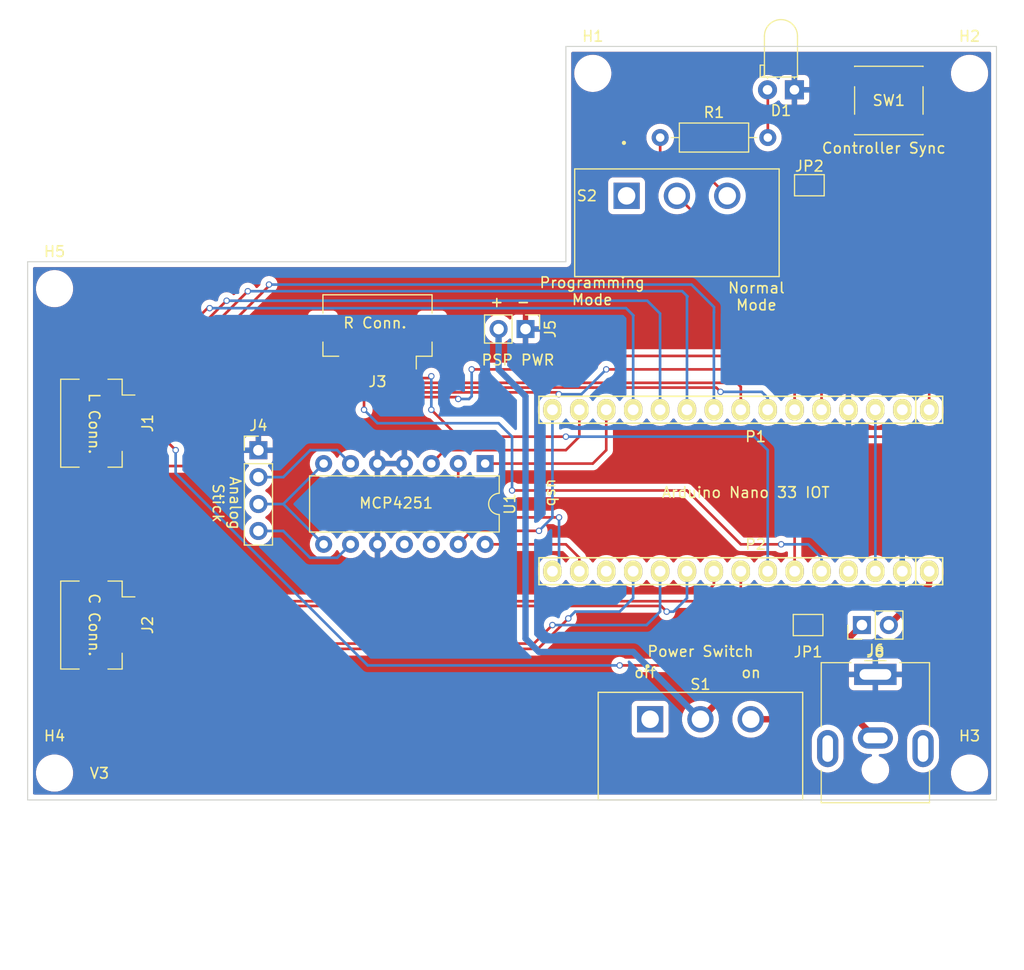
<source format=kicad_pcb>
(kicad_pcb (version 20211014) (generator pcbnew)
  (title_block (date "jeu. 02 avril 2015"))
  (layers (0 "F.Cu" signal) (31 "B.Cu" signal) (34 "B.Paste" user) (35 "F.Paste" user) (36 "B.SilkS" user "B.Silkscreen") (37 "F.SilkS" user "F.Silkscreen") (38 "B.Mask" user) (39 "F.Mask" user) (44 "Edge.Cuts" user))
  (net 0 "")
  (net 1 "/1(Tx)")
  (net 2 "/0(Rx)")
  (net 3 "/Reset")
  (net 4 "GND")
  (net 5 "/2")
  (net 6 "/3(**)")
  (net 7 "/4")
  (net 8 "/5(**)")
  (net 9 "/6(**)")
  (net 10 "/7")
  (net 11 "/8")
  (net 12 "/9(**)")
  (net 13 "/A4 (D18)")
  (net 14 "+5V")
  (net 15 "/A5 (D19)")
  (net 16 "/A0 (D14)")
  (net 19 "/A1 (D15)")
  (net 21 "/A2 (D16)")
  (net 22 "/A3 (D17)")
  (net 23 "/AREF")
  (net 24 "/13(SCK)")
  (net 25 "+3V3")
  (net 26 "/12(MISO)")
  (net 27 "/10(**{slash}SS)")
  (net 28 "/11(**{slash}MOSI)")
  (net 29 "/A7 (D21)")
  (net 34 "/P1W")
  (net 35 "/P0A{slash}P1A")
  (net 36 "/P0W")
  (net 37 "VIN")
  (net 38 "/A6 (D20)")
  (net 42 "Net-(J5-Pad2)")
  (net 43 "Net-(J6-Pad2)")
  (net 44 "Net-(D1-Pad2)")
  (net 46 "Net-(JP2-Pad1)")
  (footprint "Socket_Arduino_Nano:Socket_Strip_Arduino_1x15" (layer "F.Cu") (at 194.31 59.69 180)
    (fp_text reference "P1" (at 16.383 -2.54) (layer "F.SilkS"))
    (fp_text value "Digital")
    (pad "1" thru_hole oval locked (at 0 0 180) (size 1.7272 2.032) (drill 1.016) (layers *.Cu *.Mask "F.SilkS") (net 1 "/1(Tx)"))
    (pad "2" thru_hole oval locked (at 2.54 0 180) (size 1.7272 2.032) (drill 1.016) (layers *.Cu *.Mask "F.SilkS") (net 2 "/0(Rx)"))
    (pad "3" thru_hole oval locked (at 5.08 0 180) (size 1.7272 2.032) (drill 1.016) (layers *.Cu *.Mask "F.SilkS") (net 3 "/Reset"))
    (pad "4" thru_hole oval locked (at 7.62 0 180) (size 1.7272 2.032) (drill 1.016) (layers *.Cu *.Mask "F.SilkS") (net 4 "GND"))
    (pad "5" thru_hole oval locked (at 10.16 0 180) (size 1.7272 2.032) (drill 1.016) (layers *.Cu *.Mask "F.SilkS") (net 5 "/2"))
    (pad "6" thru_hole oval locked (at 12.7 0 180) (size 1.7272 2.032) (drill 1.016) (layers *.Cu *.Mask "F.SilkS") (net 6 "/3(**)"))
    (pad "7" thru_hole oval locked (at 15.24 0 180) (size 1.7272 2.032) (drill 1.016) (layers *.Cu *.Mask "F.SilkS") (net 7 "/4"))
    (pad "8" thru_hole oval locked (at 17.78 0 180) (size 1.7272 2.032) (drill 1.016) (layers *.Cu *.Mask "F.SilkS") (net 8 "/5(**)"))
    (pad "9" thru_hole oval locked (at 20.32 0 180) (size 1.7272 2.032) (drill 1.016) (layers *.Cu *.Mask "F.SilkS") (net 9 "/6(**)"))
    (pad "10" thru_hole oval locked (at 22.86 0 180) (size 1.7272 2.032) (drill 1.016) (layers *.Cu *.Mask "F.SilkS") (net 10 "/7"))
    (pad "11" thru_hole oval locked (at 25.4 0 180) (size 1.7272 2.032) (drill 1.016) (layers *.Cu *.Mask "F.SilkS") (net 11 "/8"))
    (pad "12" thru_hole oval locked (at 27.94 0 180) (size 1.7272 2.032) (drill 1.016) (layers *.Cu *.Mask "F.SilkS") (net 12 "/9(**)"))
    (pad "13" thru_hole oval locked (at 30.48 0 180) (size 1.7272 2.032) (drill 1.016) (layers *.Cu *.Mask "F.SilkS") (net 27 "/10(**{slash}SS)"))
    (pad "14" thru_hole oval locked (at 33.02 0 180) (size 1.7272 2.032) (drill 1.016) (layers *.Cu *.Mask "F.SilkS") (net 28 "/11(**{slash}MOSI)"))
    (pad "15" thru_hole oval locked (at 35.56 0 180) (size 1.7272 2.032) (drill 1.016) (layers *.Cu *.Mask "F.SilkS") (net 26 "/12(MISO)"))
  )
  (footprint "Socket_Arduino_Nano:Socket_Strip_Arduino_1x15" (layer "F.Cu") (at 194.31 74.93 180)
    (fp_text reference "P2" (at 16.383 2.54) (layer "F.SilkS"))
    (fp_text value "Analog")
    (pad "1" thru_hole oval locked (at 0 0 180) (size 1.7272 2.032) (drill 1.016) (layers *.Cu *.Mask "F.SilkS") (net 37 "VIN"))
    (pad "2" thru_hole oval locked (at 2.54 0 180) (size 1.7272 2.032) (drill 1.016) (layers *.Cu *.Mask "F.SilkS") (net 4 "GND"))
    (pad "3" thru_hole oval locked (at 5.08 0 180) (size 1.7272 2.032) (drill 1.016) (layers *.Cu *.Mask "F.SilkS") (net 3 "/Reset"))
    (pad "4" thru_hole oval locked (at 7.62 0 180) (size 1.7272 2.032) (drill 1.016) (layers *.Cu *.Mask "F.SilkS") (net 14 "+5V"))
    (pad "5" thru_hole oval locked (at 10.16 0 180) (size 1.7272 2.032) (drill 1.016) (layers *.Cu *.Mask "F.SilkS") (net 29 "/A7 (D21)"))
    (pad "6" thru_hole oval locked (at 12.7 0 180) (size 1.7272 2.032) (drill 1.016) (layers *.Cu *.Mask "F.SilkS") (net 38 "/A6 (D20)"))
    (pad "7" thru_hole oval locked (at 15.24 0 180) (size 1.7272 2.032) (drill 1.016) (layers *.Cu *.Mask "F.SilkS") (net 15 "/A5 (D19)"))
    (pad "8" thru_hole oval locked (at 17.78 0 180) (size 1.7272 2.032) (drill 1.016) (layers *.Cu *.Mask "F.SilkS") (net 13 "/A4 (D18)"))
    (pad "9" thru_hole oval locked (at 20.32 0 180) (size 1.7272 2.032) (drill 1.016) (layers *.Cu *.Mask "F.SilkS") (net 22 "/A3 (D17)"))
    (pad "10" thru_hole oval locked (at 22.86 0 180) (size 1.7272 2.032) (drill 1.016) (layers *.Cu *.Mask "F.SilkS") (net 21 "/A2 (D16)"))
    (pad "11" thru_hole oval locked (at 25.4 0 180) (size 1.7272 2.032) (drill 1.016) (layers *.Cu *.Mask "F.SilkS") (net 19 "/A1 (D15)"))
    (pad "12" thru_hole oval locked (at 27.94 0 180) (size 1.7272 2.032) (drill 1.016) (layers *.Cu *.Mask "F.SilkS") (net 16 "/A0 (D14)"))
    (pad "13" thru_hole oval locked (at 30.48 0 180) (size 1.7272 2.032) (drill 1.016) (layers *.Cu *.Mask "F.SilkS") (net 23 "/AREF"))
    (pad "14" thru_hole oval locked (at 33.02 0 180) (size 1.7272 2.032) (drill 1.016) (layers *.Cu *.Mask "F.SilkS") (net 25 "+3V3"))
    (pad "15" thru_hole oval locked (at 35.56 0 180) (size 1.7272 2.032) (drill 1.016) (layers *.Cu *.Mask "F.SilkS") (net 24 "/13(SCK)"))
  )
  (footprint "L102021ML04Q:SW_L102021ML04Q" (layer "F.Cu") (at 172.72 88.9)
    (fp_text reference "S1" (at 0 -3.2875) (layer "F.SilkS"))
    (fp_text value "L102021ML04Q")
    (pad "1" thru_hole rect (at -4.75 0) (size 2.475 2.475) (drill 1.65) (layers *.Cu *.Mask))
    (pad "2" thru_hole circle (at 0 0) (size 2.475 2.475) (drill 1.65) (layers *.Cu *.Mask) (net 42 "Net-(J5-Pad2)"))
    (pad "3" thru_hole circle (at 4.75 0) (size 2.475 2.475) (drill 1.65) (layers *.Cu *.Mask) (net 43 "Net-(J6-Pad2)"))
  )
  (footprint "MountingHole:MountingHole_2.5mm" (layer "F.Cu") (at 111.76 93.98)
    (fp_text reference "H4" (at 0 -3.5) (layer "F.SilkS"))
    (fp_text value "MountingHole")
    (pad "" np_thru_hole circle (at 0 0) (size 2.5 2.5) (drill 2.5) (layers *.Cu *.Mask))
  )
  (footprint "Package_DIP:DIP-14_W7.62mm" (layer "F.Cu") (at 152.4 64.77 -90)
    (fp_text reference "U1" (at 3.81 -2.33 90) (layer "F.SilkS"))
    (fp_text value "MCP4251-xxxx-P")
    (pad "1" thru_hole rect (at 0 0 270) (size 1.6 1.6) (drill 0.8) (layers *.Cu *.Mask) (net 27 "/10(**{slash}SS)"))
    (pad "2" thru_hole oval (at 0 2.54 270) (size 1.6 1.6) (drill 0.8) (layers *.Cu *.Mask) (net 24 "/13(SCK)"))
    (pad "3" thru_hole oval (at 0 5.08 270) (size 1.6 1.6) (drill 0.8) (layers *.Cu *.Mask) (net 28 "/11(**{slash}MOSI)"))
    (pad "4" thru_hole oval (at 0 7.62 270) (size 1.6 1.6) (drill 0.8) (layers *.Cu *.Mask) (net 4 "GND"))
    (pad "5" thru_hole oval (at 0 10.16 270) (size 1.6 1.6) (drill 0.8) (layers *.Cu *.Mask) (net 4 "GND"))
    (pad "6" thru_hole oval (at 0 12.7 270) (size 1.6 1.6) (drill 0.8) (layers *.Cu *.Mask) (net 34 "/P1W"))
    (pad "7" thru_hole oval (at 0 15.24 270) (size 1.6 1.6) (drill 0.8) (layers *.Cu *.Mask) (net 35 "/P0A{slash}P1A"))
    (pad "8" thru_hole oval (at 7.62 15.24 270) (size 1.6 1.6) (drill 0.8) (layers *.Cu *.Mask) (net 35 "/P0A{slash}P1A"))
    (pad "9" thru_hole oval (at 7.62 12.7 270) (size 1.6 1.6) (drill 0.8) (layers *.Cu *.Mask) (net 36 "/P0W"))
    (pad "10" thru_hole oval (at 7.62 10.16 270) (size 1.6 1.6) (drill 0.8) (layers *.Cu *.Mask) (net 4 "GND"))
    (pad "11" thru_hole oval (at 7.62 7.62 270) (size 1.6 1.6) (drill 0.8) (layers *.Cu *.Mask))
    (pad "12" thru_hole oval (at 7.62 5.08 270) (size 1.6 1.6) (drill 0.8) (layers *.Cu *.Mask))
    (pad "13" thru_hole oval (at 7.62 2.54 270) (size 1.6 1.6) (drill 0.8) (layers *.Cu *.Mask) (net 26 "/12(MISO)"))
    (pad "14" thru_hole oval (at 7.62 0 270) (size 1.6 1.6) (drill 0.8) (layers *.Cu *.Mask) (net 25 "+3V3"))
  )
  (footprint "Jumper:SolderJumper-2_P1.3mm_Open_Pad1.0x1.5mm" (layer "F.Cu") (at 182.88 80.01)
    (fp_text reference "JP1" (at 0 2.54) (layer "F.SilkS"))
    (fp_text value "SJ Vin Toggle")
    (pad "1" smd rect (at -0.65 0) (size 1 1.5) (layers "F.Cu" "F.Mask") (net 42 "Net-(J5-Pad2)"))
    (pad "2" smd rect (at 0.65 0) (size 1 1.5) (layers "F.Cu" "F.Mask") (net 37 "VIN"))
  )
  (footprint "Jumper:SolderJumper-2_P1.3mm_Open_Pad1.0x1.5mm" (layer "F.Cu") (at 183 38.5)
    (fp_text reference "JP2" (at 0 -1.8) (layer "F.SilkS"))
    (fp_text value "SJ Vin Toggle")
    (pad "1" smd rect (at -0.65 0) (size 1 1.5) (layers "F.Cu" "F.Mask") (net 46 "Net-(JP2-Pad1)"))
    (pad "2" smd rect (at 0.65 0) (size 1 1.5) (layers "F.Cu" "F.Mask") (net 1 "/1(Tx)"))
  )
  (footprint "MountingHole:MountingHole_2.5mm" (layer "F.Cu") (at 198.12 27.94)
    (fp_text reference "H2" (at 0 -3.5) (layer "F.SilkS"))
    (fp_text value "MountingHole")
    (pad "" np_thru_hole circle (at 0 0) (size 2.5 2.5) (drill 2.5) (layers *.Cu *.Mask))
  )
  (footprint "Resistor_THT:R_Axial_DIN0207_L6.3mm_D2.5mm_P10.16mm_Horizontal" (layer "F.Cu") (at 168.92 34)
    (fp_text reference "R1" (at 5.08 -2.37) (layer "F.SilkS"))
    (fp_text value "140 ohm")
    (pad "1" thru_hole circle (at 0 0) (size 1.6 1.6) (drill 0.8) (layers *.Cu *.Mask) (net 46 "Net-(JP2-Pad1)"))
    (pad "2" thru_hole oval (at 10.16 0) (size 1.6 1.6) (drill 0.8) (layers *.Cu *.Mask) (net 44 "Net-(D1-Pad2)"))
  )
  (footprint "L102021ML04Q:SW_L102021ML04Q" (layer "F.Cu") (at 170.5 39.5)
    (fp_text reference "S2" (at -8.5 0) (layer "F.SilkS"))
    (fp_text value "L102021ML04Q")
    (pad "1" thru_hole rect (at -4.75 0) (size 2.475 2.475) (drill 1.65) (layers *.Cu *.Mask))
    (pad "2" thru_hole circle (at 0 0) (size 2.475 2.475) (drill 1.65) (layers *.Cu *.Mask) (net 1 "/1(Tx)"))
    (pad "3" thru_hole circle (at 4.75 0) (size 2.475 2.475) (drill 1.65) (layers *.Cu *.Mask) (net 46 "Net-(JP2-Pad1)"))
  )
  (footprint "MountingHole:MountingHole_2.5mm" (layer "F.Cu") (at 198.12 93.98)
    (fp_text reference "H3" (at 0 -3.5) (layer "F.SilkS"))
    (fp_text value "MountingHole")
    (pad "" np_thru_hole circle (at 0 0) (size 2.5 2.5) (drill 2.5) (layers *.Cu *.Mask))
  )
  (footprint "MountingHole:MountingHole_2.5mm" (layer "F.Cu") (at 111.76 48.26)
    (fp_text reference "H5" (at 0 -3.5) (layer "F.SilkS"))
    (fp_text value "MountingHole")
    (pad "" np_thru_hole circle (at 0 0) (size 2.5 2.5) (drill 2.5) (layers *.Cu *.Mask))
  )
  (footprint "Connector_FFC-FPC:Hirose_FH12-14S-0.5SH_1x14-1MP_P0.50mm_Horizontal" (layer "F.Cu") (at 142.24 53.34 180)
    (fp_text reference "J3" (at 0 -3.7) (layer "F.SilkS"))
    (fp_text value "Right Connector")
    (pad "1" smd rect (at -3.25 -1.85 180) (size 0.3 1.3) (layers "F.Cu" "F.Paste" "F.Mask") (net 15 "/A5 (D19)"))
    (pad "2" smd rect (at -2.75 -1.85 180) (size 0.3 1.3) (layers "F.Cu" "F.Paste" "F.Mask") (net 8 "/5(**)"))
    (pad "3" smd rect (at -2.25 -1.85 180) (size 0.3 1.3) (layers "F.Cu" "F.Paste" "F.Mask") (net 7 "/4"))
    (pad "4" smd rect (at -1.75 -1.85 180) (size 0.3 1.3) (layers "F.Cu" "F.Paste" "F.Mask") (net 6 "/3(**)"))
    (pad "5" smd rect (at -1.25 -1.85 180) (size 0.3 1.3) (layers "F.Cu" "F.Paste" "F.Mask") (net 5 "/2"))
    (pad "6" smd rect (at -0.75 -1.85 180) (size 0.3 1.3) (layers "F.Cu" "F.Paste" "F.Mask") (net 4 "GND"))
    (pad "7" smd rect (at -0.25 -1.85 180) (size 0.3 1.3) (layers "F.Cu" "F.Paste" "F.Mask") (net 4 "GND"))
    (pad "8" smd rect (at 0.25 -1.85 180) (size 0.3 1.3) (layers "F.Cu" "F.Paste" "F.Mask") (net 4 "GND"))
    (pad "9" smd rect (at 0.75 -1.85 180) (size 0.3 1.3) (layers "F.Cu" "F.Paste" "F.Mask") (net 4 "GND"))
    (pad "10" smd rect (at 1.25 -1.85 180) (size 0.3 1.3) (layers "F.Cu" "F.Paste" "F.Mask") (net 29 "/A7 (D21)"))
    (pad "11" smd rect (at 1.75 -1.85 180) (size 0.3 1.3) (layers "F.Cu" "F.Paste" "F.Mask"))
    (pad "12" smd rect (at 2.25 -1.85 180) (size 0.3 1.3) (layers "F.Cu" "F.Paste" "F.Mask"))
    (pad "13" smd rect (at 2.75 -1.85 180) (size 0.3 1.3) (layers "F.Cu" "F.Paste" "F.Mask"))
    (pad "14" smd rect (at 3.25 -1.85 180) (size 0.3 1.3) (layers "F.Cu" "F.Paste" "F.Mask"))
    (pad "MP" smd rect (at -5.15 1.4 180) (size 1.8 2.2) (layers "F.Cu" "F.Paste" "F.Mask"))
    (pad "MP" smd rect (at 5.15 1.4 180) (size 1.8 2.2) (layers "F.Cu" "F.Paste" "F.Mask"))
  )
  (footprint "Connector_BarrelJack:BarrelJack_CUI_PJ-063AH_Horizontal" (layer "F.Cu") (at 189.23 84.67)
    (fp_text reference "J6" (at 0 -2.3) (layer "F.SilkS"))
    (fp_text value "Barrel_Jack")
    (pad "" np_thru_hole circle (at 0 9) (size 1.6 1.6) (drill 1.6) (layers *.Cu *.Mask))
    (pad "1" thru_hole rect (at 0 0) (size 4 2) (drill oval 3 1) (layers *.Cu *.Mask) (net 4 "GND"))
    (pad "2" thru_hole oval (at 0 6) (size 3.3 2) (drill oval 2.3 1) (layers *.Cu *.Mask) (net 43 "Net-(J6-Pad2)"))
    (pad "MP" thru_hole oval (at 4.5 7) (size 2 3.5) (drill oval 1 2.5) (layers *.Cu *.Mask))
    (pad "MP" thru_hole oval (at -4.5 7) (size 2 3.5) (drill oval 1 2.5) (layers *.Cu *.Mask))
  )
  (footprint "Connector_PinHeader_2.54mm:PinHeader_1x04_P2.54mm_Vertical" (layer "F.Cu") (at 131 63.51)
    (fp_text reference "J4" (at 0 -2.33) (layer "F.SilkS"))
    (fp_text value "Analog Connector")
    (pad "1" thru_hole rect (at 0 0) (size 1.7 1.7) (drill 1) (layers *.Cu *.Mask) (net 4 "GND"))
    (pad "2" thru_hole oval (at 0 2.54) (size 1.7 1.7) (drill 1) (layers *.Cu *.Mask) (net 34 "/P1W"))
    (pad "3" thru_hole oval (at 0 5.08) (size 1.7 1.7) (drill 1) (layers *.Cu *.Mask) (net 35 "/P0A{slash}P1A"))
    (pad "4" thru_hole oval (at 0 7.62) (size 1.7 1.7) (drill 1) (layers *.Cu *.Mask) (net 36 "/P0W"))
  )
  (footprint "Connector_PinHeader_2.54mm:PinHeader_1x02_P2.54mm_Vertical" (layer "F.Cu") (at 156.21 52.07 -90)
    (fp_text reference "J5" (at 0 -2.33 90) (layer "F.SilkS"))
    (fp_text value "PSP Power out")
    (pad "1" thru_hole rect (at 0 0 270) (size 1.7 1.7) (drill 1) (layers *.Cu *.Mask) (net 4 "GND"))
    (pad "2" thru_hole oval (at 0 2.54 270) (size 1.7 1.7) (drill 1) (layers *.Cu *.Mask) (net 42 "Net-(J5-Pad2)"))
  )
  (footprint "MountingHole:MountingHole_2.5mm" (layer "F.Cu") (at 162.56 27.94)
    (fp_text reference "H1" (at 0 -3.5) (layer "F.SilkS"))
    (fp_text value "MountingHole")
    (pad "" np_thru_hole circle (at 0 0) (size 2.5 2.5) (drill 2.5) (layers *.Cu *.Mask))
  )
  (footprint "LED_THT:LED_D3.0mm_Horizontal_O1.27mm_Z6.0mm" (layer "F.Cu") (at 181.59 29.495 180)
    (fp_text reference "D1" (at 1.27 -1.96) (layer "F.SilkS"))
    (fp_text value "LED")
    (pad "1" thru_hole rect (at 0 0 180) (size 1.8 1.8) (drill 0.9) (layers *.Cu *.Mask) (net 4 "GND"))
    (pad "2" thru_hole circle (at 2.54 0 180) (size 1.8 1.8) (drill 0.9) (layers *.Cu *.Mask) (net 44 "Net-(D1-Pad2)"))
  )
  (footprint "Connector_FFC-FPC:Hirose_FH12-10S-0.5SH_1x10-1MP_P0.50mm_Horizontal" (layer "F.Cu") (at 116.84 60.96 -90)
    (fp_text reference "J1" (at 0 -3.7 90) (layer "F.SilkS"))
    (fp_text value "Left Connector")
    (pad "1" smd rect (at -2.25 -1.85 270) (size 0.3 1.3) (layers "F.Cu" "F.Paste" "F.Mask") (net 4 "GND"))
    (pad "2" smd rect (at -1.75 -1.85 270) (size 0.3 1.3) (layers "F.Cu" "F.Paste" "F.Mask") (net 4 "GND"))
    (pad "3" smd rect (at -1.25 -1.85 270) (size 0.3 1.3) (layers "F.Cu" "F.Paste" "F.Mask") (net 4 "GND"))
    (pad "4" smd rect (at -0.75 -1.85 270) (size 0.3 1.3) (layers "F.Cu" "F.Paste" "F.Mask") (net 4 "GND"))
    (pad "5" smd rect (at -0.25 -1.85 270) (size 0.3 1.3) (layers "F.Cu" "F.Paste" "F.Mask") (net 4 "GND"))
    (pad "6" smd rect (at 0.25 -1.85 270) (size 0.3 1.3) (layers "F.Cu" "F.Paste" "F.Mask") (net 12 "/9(**)"))
    (pad "7" smd rect (at 0.75 -1.85 270) (size 0.3 1.3) (layers "F.Cu" "F.Paste" "F.Mask") (net 11 "/8"))
    (pad "8" smd rect (at 1.25 -1.85 270) (size 0.3 1.3) (layers "F.Cu" "F.Paste" "F.Mask") (net 10 "/7"))
    (pad "9" smd rect (at 1.75 -1.85 270) (size 0.3 1.3) (layers "F.Cu" "F.Paste" "F.Mask") (net 13 "/A4 (D18)"))
    (pad "10" smd rect (at 2.25 -1.85 270) (size 0.3 1.3) (layers "F.Cu" "F.Paste" "F.Mask") (net 9 "/6(**)"))
    (pad "MP" smd rect (at -4.15 1.4 270) (size 1.8 2.2) (layers "F.Cu" "F.Paste" "F.Mask"))
    (pad "MP" smd rect (at 4.15 1.4 270) (size 1.8 2.2) (layers "F.Cu" "F.Paste" "F.Mask"))
  )
  (footprint "Connector_PinHeader_2.54mm:PinHeader_1x02_P2.54mm_Vertical" (layer "F.Cu") (at 187.96 80.01 90)
    (fp_text reference "J8" (at -2.54 1.27 180) (layer "F.SilkS"))
    (fp_text value "Vin Toggle")
    (pad "1" thru_hole rect (at 0 0 90) (size 1.7 1.7) (drill 1) (layers *.Cu *.Mask) (net 42 "Net-(J5-Pad2)"))
    (pad "2" thru_hole oval (at 0 2.54 90) (size 1.7 1.7) (drill 1) (layers *.Cu *.Mask) (net 37 "VIN"))
  )
  (footprint "Button_Switch_SMD:SW_Push_1P1T_NO_6x6mm_H9.5mm" (layer "F.Cu") (at 190.5 30.5)
    (fp_text reference "SW1" (at 0 0) (layer "F.SilkS"))
    (fp_text value "SW_Push")
    (pad "1" smd rect (at -3.975 -2.25) (size 1.55 1.3) (layers "F.Cu" "F.Paste" "F.Mask") (net 38 "/A6 (D20)"))
    (pad "1" smd rect (at 3.975 -2.25) (size 1.55 1.3) (layers "F.Cu" "F.Paste" "F.Mask") (net 38 "/A6 (D20)"))
    (pad "2" smd rect (at -3.975 2.25) (size 1.55 1.3) (layers "F.Cu" "F.Paste" "F.Mask") (net 4 "GND"))
    (pad "2" smd rect (at 3.975 2.25) (size 1.55 1.3) (layers "F.Cu" "F.Paste" "F.Mask") (net 4 "GND"))
  )
  (footprint "Connector_FFC-FPC:Hirose_FH12-10S-0.5SH_1x10-1MP_P0.50mm_Horizontal" (layer "F.Cu") (at 116.84 80.01 -90)
    (fp_text reference "J2" (at 0 -3.7 90) (layer "F.SilkS"))
    (fp_text value "Center Connector")
    (pad "1" smd rect (at -2.25 -1.85 270) (size 0.3 1.3) (layers "F.Cu" "F.Paste" "F.Mask") (net 22 "/A3 (D17)"))
    (pad "2" smd rect (at -1.75 -1.85 270) (size 0.3 1.3) (layers "F.Cu" "F.Paste" "F.Mask"))
    (pad "3" smd rect (at -1.25 -1.85 270) (size 0.3 1.3) (layers "F.Cu" "F.Paste" "F.Mask"))
    (pad "4" smd rect (at -0.75 -1.85 270) (size 0.3 1.3) (layers "F.Cu" "F.Paste" "F.Mask") (net 4 "GND"))
    (pad "5" smd rect (at -0.25 -1.85 270) (size 0.3 1.3) (layers "F.Cu" "F.Paste" "F.Mask") (net 4 "GND"))
    (pad "6" smd rect (at 0.25 -1.85 270) (size 0.3 1.3) (layers "F.Cu" "F.Paste" "F.Mask") (net 4 "GND"))
    (pad "7" smd rect (at 0.75 -1.85 270) (size 0.3 1.3) (layers "F.Cu" "F.Paste" "F.Mask") (net 21 "/A2 (D16)"))
    (pad "8" smd rect (at 1.25 -1.85 270) (size 0.3 1.3) (layers "F.Cu" "F.Paste" "F.Mask"))
    (pad "9" smd rect (at 1.75 -1.85 270) (size 0.3 1.3) (layers "F.Cu" "F.Paste" "F.Mask") (net 19 "/A1 (D15)"))
    (pad "10" smd rect (at 2.25 -1.85 270) (size 0.3 1.3) (layers "F.Cu" "F.Paste" "F.Mask") (net 16 "/A0 (D14)"))
    (pad "MP" smd rect (at 4.15 1.4 270) (size 1.8 2.2) (layers "F.Cu" "F.Paste" "F.Mask"))
    (pad "MP" smd rect (at -4.15 1.4 270) (size 1.8 2.2) (layers "F.Cu" "F.Paste" "F.Mask"))
  )
  (gr_line (start 160.02 45.72) (end 109.22 45.72) (layer "Edge.Cuts") (width 0.1))
  (gr_line (start 160.02 25.4) (end 160.02 45.72) (layer "Edge.Cuts") (width 0.1))
  (gr_line (start 160.02 25.4) (end 200.66 25.4) (layer "Edge.Cuts") (width 0.1))
  (gr_line (start 200.66 96.52) (end 200.66 25.4) (layer "Edge.Cuts") (width 0.1))
  (gr_line (start 109.22 45.72) (end 109.22 96.52) (layer "Edge.Cuts") (width 0.1))
  (gr_line (start 200.66 96.52) (end 109.22 96.52) (layer "Edge.Cuts") (width 0.1))
  (gr_text "L Conn." (at 115.5 61 -90) (layer "F.SilkS") (effects (font (size 1 1))))
  (gr_text "Programming\nMode" (at 162.5 48.5) (layer "F.SilkS") (effects (font (size 1 1))))
  (gr_text "Normal\nMode" (at 178 49) (layer "F.SilkS") (effects (font (size 1 1))))
  (gr_text "on" (at 177.5 84.5) (layer "F.SilkS") (effects (font (size 1 1))))
  (gr_text "Analog\nStick" (at 128 68.5 -90) (layer "F.SilkS") (effects (font (size 1 1))))
  (gr_text "-" (at 156 49.5) (layer "F.SilkS") (effects (font (size 1 1))))
  (gr_text "usb" (at 158.75 67.5 -90) (layer "F.SilkS") (effects (font (size 1 1))))
  (gr_text "+" (at 153.5 49.5) (layer "F.SilkS") (effects (font (size 1 1))))
  (gr_text "off" (at 167.5 84.5) (layer "F.SilkS") (effects (font (size 1 1))))
  (gr_text "Power Switch" (at 172.72 82.5) (layer "F.SilkS") (effects (font (size 1 1))))
  (gr_text "C Conn." (at 115.5 80 -90) (layer "F.SilkS") (effects (font (size 1 1))))
  (gr_text "Arduino Nano 33 IOT" (at 177 67.5) (layer "F.SilkS") (effects (font (size 1 1))))
  (gr_text "PSP PWR" (at 155.5 55) (layer "F.SilkS") (effects (font (size 1 1))))
  (gr_text "R Conn." (at 142 51.5) (layer "F.SilkS") (effects (font (size 1 1))))
  (gr_text "V3" (at 116 94) (layer "F.SilkS") (effects (font (size 1 1))))
  (gr_text "MCP4251" (at 144 68.5) (layer "F.SilkS") (effects (font (size 1 1))))
  (gr_text "Controller Sync" (at 190.025 35) (layer "F.SilkS") (effects (font (size 1 1))))
  (segment (start 187.75 39.75) (end 186.5 38.5) (width 0.25) (layer "F.Cu") (net 1))
  (segment (start 186 41.5) (end 172.5 41.5) (width 0.25) (layer "F.Cu") (net 1))
  (segment (start 187.75 39.75) (end 186 41.5) (width 0.25) (layer "F.Cu") (net 1))
  (segment (start 194.31 59.69) (end 194.31 46.31) (width 0.25) (layer "F.Cu") (net 1))
  (segment (start 186.5 38.5) (end 183.65 38.5) (width 0.25) (layer "F.Cu") (net 1))
  (segment (start 172.5 41.5) (end 170.5 39.5) (width 0.25) (layer "F.Cu") (net 1))
  (segment (start 194.31 46.31) (end 187.75 39.75) (width 0.25) (layer "F.Cu") (net 1))
  (segment (start 189.23 59.69) (end 189.23 74.93) (width 0.25) (layer "B.Cu") (net 3))
  (segment (start 141.49 56.4) (end 142.24 57.15) (width 0.25) (layer "F.Cu") (net 4))
  (segment (start 119.46 79.26) (end 118.69 79.26) (width 0.25) (layer "F.Cu") (net 4))
  (segment (start 119.46 79.76) (end 119.6 79.9) (width 0.25) (layer "F.Cu") (net 4))
  (segment (start 119.44 80.26) (end 119.6 80.1) (width 0.25) (layer "F.Cu") (net 4))
  (segment (start 118.69 80.26) (end 119.44 80.26) (width 0.25) (layer "F.Cu") (net 4))
  (segment (start 119.6 79.4) (end 119.46 79.26) (width 0.25) (layer "F.Cu") (net 4))
  (segment (start 119.6 80.1) (end 119.6 79.9) (width 0.25) (layer "F.Cu") (net 4))
  (segment (start 141.99 56.9) (end 141.99 55.19) (width 0.25) (layer "F.Cu") (net 4))
  (segment (start 119.69 60.71) (end 119.9 60.5) (width 0.25) (layer "F.Cu") (net 4))
  (segment (start 118.69 60.71) (end 119.69 60.71) (width 0.25) (layer "F.Cu") (net 4))
  (segment (start 119.6 79.9) (end 119.6 79.4) (width 0.25) (layer "F.Cu") (net 4))
  (segment (start 118.69 79.76) (end 119.46 79.76) (width 0.25) (layer "F.Cu") (net 4))
  (segment (start 142.49 56.9) (end 142.24 57.15) (width 0.25) (layer "F.Cu") (net 4))
  (segment (start 142.24 57.15) (end 141.99 56.9) (width 0.25) (layer "F.Cu") (net 4))
  (segment (start 119.61 60.21) (end 118.69 60.21) (width 0.25) (layer "F.Cu") (net 4))
  (segment (start 142.49 55.19) (end 142.49 56.9) (width 0.25) (layer "F.Cu") (net 4))
  (segment (start 142.24 57.15) (end 142.99 56.4) (width 0.25) (layer "F.Cu") (net 4))
  (segment (start 141.49 55.19) (end 141.49 56.4) (width 0.25) (layer "F.Cu") (net 4))
  (segment (start 119.9 60.5) (end 119.61 60.21) (width 0.25) (layer "F.Cu") (net 4))
  (segment (start 142.99 56.4) (end 142.99 55.19) (width 0.25) (layer "F.Cu") (net 4))
  (segment (start 162.56 55.88) (end 163.83 54.61) (width 0.25) (layer "F.Cu") (net 5))
  (segment (start 143.49 55.19) (end 143.49 56.497151) (width 0.25) (layer "F.Cu") (net 5))
  (segment (start 151.13 55.88) (end 162.56 55.88) (width 0.25) (layer "F.Cu") (net 5))
  (segment (start 143.49 56.497151) (end 145.491409 58.49856) (width 0.25) (layer "F.Cu") (net 5))
  (segment (start 145.491409 58.49856) (end 148.59 58.49856) (width 0.25) (layer "F.Cu") (net 5))
  (segment (start 149.68502 58.49856) (end 149.86 58.67354) (width 0.25) (layer "F.Cu") (net 5))
  (segment (start 182.88 54.61) (end 184.15 55.88) (width 0.25) (layer "F.Cu") (net 5))
  (segment (start 163.83 54.61) (end 182.88 54.61) (width 0.25) (layer "F.Cu") (net 5))
  (segment (start 148.59 58.49856) (end 149.68502 58.49856) (width 0.25) (layer "F.Cu") (net 5))
  (segment (start 184.15 55.88) (end 184.15 59.69) (width 0.25) (layer "F.Cu") (net 5))
  (via (at 149.86 58.67354) (size 0.6) (drill 0.4) (layers "F.Cu" "B.Cu") (net 5))
  (via (at 151.13 55.88) (size 0.6) (drill 0.4) (layers "F.Cu" "B.Cu") (net 5))
  (segment (start 149.86 58.67354) (end 150.87646 58.67354) (width 0.25) (layer "B.Cu") (net 5))
  (segment (start 150.87646 58.67354) (end 151.13 58.42) (width 0.25) (layer "B.Cu") (net 5))
  (segment (start 151.13 58.42) (end 151.13 55.88) (width 0.25) (layer "B.Cu") (net 5))
  (segment (start 143.99 56.361434) (end 145.677606 58.04904) (width 0.25) (layer "F.Cu") (net 6))
  (segment (start 153.67 58.04904) (end 157.48 58.04904) (width 0.25) (layer "F.Cu") (net 6))
  (segment (start 157.48 58.04904) (end 159.178515 58.04904) (width 0.25) (layer "F.Cu") (net 6))
  (segment (start 181.61 57.15) (end 181.61 59.69) (width 0.25) (layer "F.Cu") (net 6))
  (segment (start 180.34 55.88) (end 181.61 57.15) (width 0.25) (layer "F.Cu") (net 6))
  (segment (start 145.677606 58.04904) (end 147.32 58.04904) (width 0.25) (layer "F.Cu") (net 6))
  (segment (start 147.32 58.04904) (end 153.67 58.04904) (width 0.25) (layer "F.Cu") (net 6))
  (segment (start 163.83 55.88) (end 180.34 55.88) (width 0.25) (layer "F.Cu") (net 6))
  (segment (start 159.178515 58.04904) (end 159.353495 58.22402) (width 0.25) (layer "F.Cu") (net 6))
  (segment (start 143.99 55.19) (end 143.99 56.361434) (width 0.25) (layer "F.Cu") (net 6))
  (via (at 159.353495 58.22402) (size 0.6) (drill 0.4) (layers "F.Cu" "B.Cu") (net 6))
  (via (at 163.83 55.88) (size 0.6) (drill 0.4) (layers "F.Cu" "B.Cu") (net 6))
  (segment (start 159.353495 58.22402) (end 161.48598 58.22402) (width 0.25) (layer "B.Cu") (net 6))
  (segment (start 161.48598 58.22402) (end 163.83 55.88) (width 0.25) (layer "B.Cu") (net 6))
  (segment (start 162.56 57.59952) (end 164.92502 57.59952) (width 0.25) (layer "F.Cu") (net 7))
  (segment (start 144.49 55.19) (end 144.49 56.225717) (width 0.25) (layer "F.Cu") (net 7))
  (segment (start 144.49 56.225717) (end 145.863803 57.59952) (width 0.25) (layer "F.Cu") (net 7))
  (segment (start 174.21402 57.59952) (end 174.6145 58) (width 0.25) (layer "F.Cu") (net 7))
  (segment (start 145.863803 57.59952) (end 162.56 57.59952) (width 0.25) (layer "F.Cu") (net 7))
  (segment (start 164.92502 57.59952) (end 174.21402 57.59952) (width 0.25) (layer "F.Cu") (net 7))
  (via (at 174.6145 58) (size 0.6) (drill 0.4) (layers "F.Cu" "B.Cu") (net 7))
  (segment (start 179.07 58.57) (end 179.07 59.69) (width 0.25) (layer "B.Cu") (net 7))
  (segment (start 178.5 58) (end 179.07 58.57) (width 0.25) (layer "B.Cu") (net 7))
  (segment (start 174.6145 58) (end 178.5 58) (width 0.25) (layer "B.Cu") (net 7))
  (segment (start 146.05 57.15) (end 176.15 57.15) (width 0.25) (layer "F.Cu") (net 8))
  (segment (start 176.15 57.15) (end 176.53 57.53) (width 0.25) (layer "F.Cu") (net 8))
  (segment (start 144.99 56.09) (end 146.05 57.15) (width 0.25) (layer "F.Cu") (net 8))
  (segment (start 144.99 55.19) (end 144.99 56.09) (width 0.25) (layer "F.Cu") (net 8))
  (segment (start 176.53 57.53) (end 176.53 59.69) (width 0.25) (layer "F.Cu") (net 8))
  (segment (start 122.5 65) (end 126 65) (width 0.25) (layer "F.Cu") (net 9))
  (segment (start 127 64) (end 127 55) (width 0.25) (layer "F.Cu") (net 9))
  (segment (start 122 64.5) (end 122.5 65) (width 0.25) (layer "F.Cu") (net 9))
  (segment (start 126 65) (end 127 64) (width 0.25) (layer "F.Cu") (net 9))
  (segment (start 127 53) (end 132 48) (width 0.25) (layer "F.Cu") (net 9))
  (segment (start 132 48) (end 132 47.8755) (width 0.25) (layer "F.Cu") (net 9))
  (segment (start 118.69 63.21) (end 120.71 63.21) (width 0.25) (layer "F.Cu") (net 9))
  (segment (start 120.71 63.21) (end 122 64.5) (width 0.25) (layer "F.Cu") (net 9))
  (segment (start 127 55) (end 127 53) (width 0.25) (layer "F.Cu") (net 9))
  (via (at 132 47.8755) (size 0.6) (drill 0.4) (layers "F.Cu" "B.Cu") (net 9))
  (segment (start 174 50) (end 174 50.5) (width 0.25) (layer "B.Cu") (net 9))
  (segment (start 174 50.5) (end 173.99 50.51) (width 0.25) (layer "B.Cu") (net 9))
  (segment (start 132 47.8755) (end 171.8755 47.8755) (width 0.25) (layer "B.Cu") (net 9))
  (segment (start 171.8755 47.8755) (end 174 50) (width 0.25) (layer "B.Cu") (net 9))
  (segment (start 173.99 50.51) (end 173.99 59.69) (width 0.25) (layer "B.Cu") (net 9))
  (segment (start 126.5 57.571436) (end 126.5 57.5) (width 0.25) (layer "F.Cu") (net 10))
  (segment (start 126.5 57.5) (end 126.5 52) (width 0.25) (layer "F.Cu") (net 10))
  (segment (start 121.861436 62.21) (end 126.5 57.571436) (width 0.25) (layer "F.Cu") (net 10))
  (segment (start 126.5 52) (end 130 48.5) (width 0.25) (layer "F.Cu") (net 10))
  (segment (start 118.69 62.21) (end 121.861436 62.21) (width 0.25) (layer "F.Cu") (net 10))
  (via (at 130 48.5) (size 0.6) (drill 0.4) (layers "F.Cu" "B.Cu") (net 10))
  (segment (start 171.5 49) (end 171.45 49.05) (width 0.25) (layer "B.Cu") (net 10))
  (segment (start 171 48.5) (end 171.5 49) (width 0.25) (layer "B.Cu") (net 10))
  (segment (start 130 48.5) (end 171 48.5) (width 0.25) (layer "B.Cu") (net 10))
  (segment (start 171.45 49.05) (end 171.45 59.69) (width 0.25) (layer "B.Cu") (net 10))
  (segment (start 126.04952 57.386198) (end 126.04952 51.34952) (width 0.25) (layer "F.Cu") (net 11))
  (segment (start 126.04952 51.333673) (end 127.983193 49.4) (width 0.25) (layer "F.Cu") (net 11))
  (segment (start 127.983193 49.4) (end 128 49.4) (width 0.25) (layer "F.Cu") (net 11))
  (segment (start 126.04952 51.34952) (end 126.04952 51.333673) (width 0.25) (layer "F.Cu") (net 11))
  (segment (start 118.69 61.71) (end 121.725718 61.71) (width 0.25) (layer "F.Cu") (net 11))
  (segment (start 121.725718 61.71) (end 126.04952 57.386198) (width 0.25) (layer "F.Cu") (net 11))
  (via (at 128 49.4) (size 0.6) (drill 0.4) (layers "F.Cu" "B.Cu") (net 11))
  (segment (start 128 49.4) (end 167.7 49.4) (width 0.25) (layer "B.Cu") (net 11))
  (segment (start 167.7 49.4) (end 168.91 50.61) (width 0.25) (layer "B.Cu") (net 11))
  (segment (start 168.91 50.61) (end 168.91 59.69) (width 0.25) (layer "B.Cu") (net 11))
  (segment (start 126.2 50.1) (end 126.4 50.1) (width 0.25) (layer "F.Cu") (net 12))
  (segment (start 125.6 50.7) (end 126.2 50.1) (width 0.25) (layer "F.Cu") (net 12))
  (segment (start 121.59 61.21) (end 125.6 57.2) (width 0.25) (layer "F.Cu") (net 12))
  (segment (start 125.6 57.2) (end 125.6 50.7) (width 0.25) (layer "F.Cu") (net 12))
  (segment (start 118.69 61.21) (end 121.59 61.21) (width 0.25) (layer "F.Cu") (net 12))
  (via (at 126.4 50.1) (size 0.6) (drill 0.4) (layers "F.Cu" "B.Cu") (net 12))
  (segment (start 165.7 50.1) (end 166.4 50.8) (width 0.25) (layer "B.Cu") (net 12))
  (segment (start 166.37 50.83) (end 166.37 59.69) (width 0.25) (layer "B.Cu") (net 12))
  (segment (start 126.4 50.1) (end 165.7 50.1) (width 0.25) (layer "B.Cu") (net 12))
  (segment (start 166.4 50.8) (end 166.37 50.83) (width 0.25) (layer "B.Cu") (net 12))
  (segment (start 175.26 83.82) (end 176.53 82.55) (width 0.25) (layer "F.Cu") (net 13))
  (segment (start 122.4 62.71) (end 123.19 63.5) (width 0.25) (layer "F.Cu") (net 13))
  (segment (start 165.1 83.82) (end 175.26 83.82) (width 0.25) (layer "F.Cu") (net 13))
  (segment (start 118.69 62.71) (end 122.4 62.71) (width 0.25) (layer "F.Cu") (net 13))
  (segment (start 176.53 82.55) (end 176.53 74.93) (width 0.25) (layer "F.Cu") (net 13))
  (via (at 165.1 83.82) (size 0.6) (drill 0.4) (layers "F.Cu" "B.Cu") (net 13))
  (via (at 123.19 63.5) (size 0.6) (drill 0.4) (layers "F.Cu" "B.Cu") (net 13))
  (segment (start 123.19 63.5) (end 123.19 65.69) (width 0.25) (layer "B.Cu") (net 13))
  (segment (start 123.19 65.69) (end 141.32 83.82) (width 0.25) (layer "B.Cu") (net 13))
  (segment (start 141.32 83.82) (end 165.1 83.82) (width 0.25) (layer "B.Cu") (net 13))
  (segment (start 147.32 59.69) (end 149.86 62.23) (width 0.25) (layer "F.Cu") (net 15))
  (segment (start 145.49 55.32) (end 145.464511 55.345489) (width 0.25) (layer "F.Cu") (net 15))
  (segment (start 145.732859 56.197141) (end 146.236198 56.70048) (width 0.25) (layer "F.Cu") (net 15))
  (segment (start 149.86 62.23) (end 160.02 62.23) (width 0.25) (layer "F.Cu") (net 15))
  (segment (start 147.32 56.70048) (end 147.32 56.5255) (width 0.25) (layer "F.Cu") (net 15))
  (segment (start 145.464511 55.345489) (end 145.464511 55.928793) (width 0.25) (layer "F.Cu") (net 15))
  (segment (start 145.49 55.19) (end 145.49 55.32) (width 0.25) (layer "F.Cu") (net 15))
  (segment (start 146.236198 56.70048) (end 147.32 56.70048) (width 0.25) (layer "F.Cu") (net 15))
  (segment (start 145.464511 55.928793) (end 145.732859 56.197141) (width 0.25) (layer "F.Cu") (net 15))
  (via (at 147.32 59.69) (size 0.6) (drill 0.4) (layers "F.Cu" "B.Cu") (net 15))
  (via (at 147.32 56.5255) (size 0.6) (drill 0.4) (layers "F.Cu" "B.Cu") (net 15))
  (via (at 160.02 62.23) (size 0.6) (drill 0.4) (layers "F.Cu" "B.Cu") (net 15))
  (segment (start 179.07 63.5) (end 179.07 74.93) (width 0.25) (layer "B.Cu") (net 15))
  (segment (start 177.8 62.23) (end 179.07 63.5) (width 0.25) (layer "B.Cu") (net 15))
  (segment (start 160.02 62.23) (end 177.8 62.23) (width 0.25) (layer "B.Cu") (net 15))
  (segment (start 147.32 56.5255) (end 147.32 59.69) (width 0.25) (layer "B.Cu") (net 15))
  (segment (start 157.383193 82.26) (end 160.248209 79.394984) (width 0.25) (layer "F.Cu") (net 16))
  (segment (start 160.248209 79.394984) (end 160.248209 79.3855) (width 0.25) (layer "F.Cu") (net 16))
  (segment (start 118.69 82.26) (end 157.383193 82.26) (width 0.25) (layer "F.Cu") (net 16))
  (via (at 160.248209 79.3855) (size 0.6) (drill 0.4) (layers "F.Cu" "B.Cu") (net 16))
  (segment (start 166.37 77.47) (end 166.37 74.93) (width 0.25) (layer "B.Cu") (net 16))
  (segment (start 160.248209 79.3855) (end 160.893709 78.74) (width 0.25) (layer "B.Cu") (net 16))
  (segment (start 165.1 78.74) (end 166.37 77.47) (width 0.25) (layer "B.Cu") (net 16))
  (segment (start 160.893709 78.74) (end 165.1 78.74) (width 0.25) (layer "B.Cu") (net 16))
  (segment (start 157 81.76) (end 158.75 80.01) (width 0.25) (layer "F.Cu") (net 19))
  (segment (start 118.69 81.76) (end 157 81.76) (width 0.25) (layer "F.Cu") (net 19))
  (via (at 158.75 80.01) (size 0.6) (drill 0.4) (layers "F.Cu" "B.Cu") (net 19))
  (segment (start 167.64 80.01) (end 168.91 78.74) (width 0.25) (layer "B.Cu") (net 19))
  (segment (start 158.75 80.01) (end 167.64 80.01) (width 0.25) (layer "B.Cu") (net 19))
  (segment (start 168.91 78.74) (end 168.91 74.93) (width 0.25) (layer "B.Cu") (net 19))
  (segment (start 119.639022 80.76) (end 122.189502 78.20952) (width 0.25) (layer "F.Cu") (net 21))
  (segment (start 168.99689 78.20952) (end 169.53446 78.74709) (width 0.25) (layer "F.Cu") (net 21))
  (segment (start 118.69 80.76) (end 119.639022 80.76) (width 0.25) (layer "F.Cu") (net 21))
  (segment (start 122.189502 78.20952) (end 168.99689 78.20952) (width 0.25) (layer "F.Cu") (net 21))
  (via (at 169.53446 78.74709) (size 0.6) (drill 0.4) (layers "F.Cu" "B.Cu") (net 21))
  (segment (start 169.53446 78.74709) (end 170.17291 78.74709) (width 0.25) (layer "B.Cu") (net 21))
  (segment (start 171.45 77.47) (end 171.45 74.93) (width 0.25) (layer "B.Cu") (net 21))
  (segment (start 170.17291 78.74709) (end 171.45 77.47) (width 0.25) (layer "B.Cu") (net 21))
  (segment (start 173.99 76.2) (end 173.99 74.93) (width 0.25) (layer "F.Cu") (net 22))
  (segment (start 172.43 77.76) (end 173.99 76.2) (width 0.25) (layer "F.Cu") (net 22))
  (segment (start 118.69 77.76) (end 172.43 77.76) (width 0.25) (layer "F.Cu") (net 22))
  (segment (start 149.86 64.77) (end 149.86 66.04) (width 0.25) (layer "F.Cu") (net 24))
  (segment (start 149.86 68.58) (end 151.13 69.85) (width 0.25) (layer "F.Cu") (net 24))
  (segment (start 149.86 66.04) (end 149.86 68.58) (width 0.25) (layer "F.Cu") (net 24))
  (segment (start 151.13 69.85) (end 159.3745 69.85) (width 0.25) (layer "F.Cu") (net 24))
  (via (at 159.3745 69.85) (size 0.6) (drill 0.4) (layers "F.Cu" "B.Cu") (net 24))
  (segment (start 159.3745 69.85) (end 159.3745 74.3055) (width 0.25) (layer "B.Cu") (net 24))
  (segment (start 159.3745 74.3055) (end 158.75 74.93) (width 0.25) (layer "B.Cu") (net 24))
  (segment (start 161.29 73.66) (end 161.29 74.93) (width 0.25) (layer "F.Cu") (net 25))
  (segment (start 160.02 72.39) (end 161.29 73.66) (width 0.25) (layer "F.Cu") (net 25))
  (segment (start 152.4 72.39) (end 160.02 72.39) (width 0.25) (layer "F.Cu") (net 25))
  (segment (start 149.86 72.39) (end 151.13 71.12) (width 0.25) (layer "F.Cu") (net 26))
  (segment (start 151.13 71.12) (end 157.48 71.12) (width 0.25) (layer "F.Cu") (net 26))
  (via (at 157.48 71.12) (size 0.6) (drill 0.4) (layers "F.Cu" "B.Cu") (net 26))
  (segment (start 158.75 69.85) (end 158.75 59.69) (width 0.25) (layer "B.Cu") (net 26))
  (segment (start 157.48 71.12) (end 158.75 69.85) (width 0.25) (layer "B.Cu") (net 26))
  (segment (start 152.4 64.77) (end 162.56 64.77) (width 0.25) (layer "F.Cu") (net 27))
  (segment (start 163.83 63.5) (end 163.83 59.69) (width 0.25) (layer "F.Cu") (net 27))
  (segment (start 162.56 64.77) (end 163.83 63.5) (width 0.25) (layer "F.Cu") (net 27))
  (segment (start 160.02 63.5) (end 161.29 62.23) (width 0.25) (layer "F.Cu") (net 28))
  (segment (start 147.32 64.77) (end 148.59 63.5) (width 0.25) (layer "F.Cu") (net 28))
  (segment (start 148.59 63.5) (end 160.02 63.5) (width 0.25) (layer "F.Cu") (net 28))
  (segment (start 161.29 62.23) (end 161.29 59.69) (width 0.25) (layer "F.Cu") (net 28))
  (segment (start 180.34 72.39) (end 176.53 72.39) (width 0.25) (layer "F.Cu") (net 29))
  (segment (start 171.45 67.31) (end 154.94 67.31) (width 0.25) (layer "F.Cu") (net 29))
  (segment (start 140.97 59.69) (end 140.97 54.61) (width 0.25) (layer "F.Cu") (net 29))
  (segment (start 176.53 72.39) (end 172.72 68.58) (width 0.25) (layer "F.Cu") (net 29))
  (segment (start 172.72 68.58) (end 171.45 67.31) (width 0.25) (layer "F.Cu") (net 29))
  (via (at 154.94 67.31) (size 0.6) (drill 0.4) (layers "F.Cu" "B.Cu") (net 29))
  (via (at 180.34 72.39) (size 0.6) (drill 0.4) (layers "F.Cu" "B.Cu") (net 29))
  (via (at 140.97 59.69) (size 0.6) (drill 0.4) (layers "F.Cu" "B.Cu") (net 29))
  (segment (start 154.94 62.23) (end 153.67 60.96) (width 0.25) (layer "B.Cu") (net 29))
  (segment (start 184.15 74.93) (end 184.15 73.66) (width 0.25) (layer "B.Cu") (net 29))
  (segment (start 184.15 73.66) (end 182.88 72.39) (width 0.25) (layer "B.Cu") (net 29))
  (segment (start 182.88 72.39) (end 180.34 72.39) (width 0.25) (layer "B.Cu") (net 29))
  (segment (start 153.67 60.96) (end 142.24 60.96) (width 0.25) (layer "B.Cu") (net 29))
  (segment (start 142.24 60.96) (end 140.97 59.69) (width 0.25) (layer "B.Cu") (net 29))
  (segment (start 154.94 67.31) (end 154.94 62.23) (width 0.25) (layer "B.Cu") (net 29))
  (segment (start 135.89 63.51) (end 133.35 66.05) (width 0.25) (layer "B.Cu") (net 34))
  (segment (start 135.89 63.5) (end 135.89 63.51) (width 0.25) (layer "B.Cu") (net 34))
  (segment (start 138.43 63.5) (end 135.89 63.5) (width 0.25) (layer "B.Cu") (net 34))
  (segment (start 133.35 66.05) (end 131 66.05) (width 0.25) (layer "B.Cu") (net 34))
  (segment (start 139.7 64.77) (end 138.43 63.5) (width 0.25) (layer "B.Cu") (net 34))
  (segment (start 133.35 68.59) (end 137.15 72.39) (width 0.25) (layer "B.Cu") (net 35))
  (segment (start 133.35 68.59) (end 131 68.59) (width 0.25) (layer "B.Cu") (net 35))
  (segment (start 137.16 64.78) (end 137.16 64.77) (width 0.25) (layer "B.Cu") (net 35))
  (segment (start 133.35 68.59) (end 137.16 64.78) (width 0.25) (layer "B.Cu") (net 35))
  (segment (start 137.15 72.39) (end 137.16 72.39) (width 0.25) (layer "B.Cu") (net 35))
  (segment (start 138.43 73.66) (end 139.7 72.39) (width 0.25) (layer "B.Cu") (net 36))
  (segment (start 131.455718 71.13) (end 131.227859 70.902141) (width 0.25) (layer "B.Cu") (net 36))
  (segment (start 133.35 71.13) (end 131.455718 71.13) (width 0.25) (layer "B.Cu") (net 36))
  (segment (start 135.88 73.66) (end 138.43 73.66) (width 0.25) (layer "B.Cu") (net 36))
  (segment (start 133.35 71.13) (end 135.88 73.66) (width 0.25) (layer "B.Cu") (net 36))
  (segment (start 194.31 74.93) (end 194.31 76.2) (width 0.6) (layer "F.Cu") (net 37))
  (segment (start 193.04 77.47) (end 190.5 80.01) (width 0.6) (layer "F.Cu") (net 37))
  (segment (start 183.53 80.01) (end 183.53 79.36) (width 0.6) (layer "F.Cu") (net 37))
  (segment (start 185.42 77.47) (end 193.04 77.47) (width 0.6) (layer "F.Cu") (net 37))
  (segment (start 183.53 79.36) (end 185.42 77.47) (width 0.6) (layer "F.Cu") (net 37))
  (segment (start 194.31 76.2) (end 193.04 77.47) (width 0.6) (layer "F.Cu") (net 37))
  (segment (start 198.12 60.96) (end 198.12 31.75) (width 0.25) (layer "F.Cu") (net 38))
  (segment (start 198.12 31.75) (end 194.62 28.25) (width 0.25) (layer "F.Cu") (net 38))
  (segment (start 194.475 28.25) (end 186.525 28.25) (width 0.25) (layer "F.Cu") (net 38))
  (segment (start 182.88 62.23) (end 185.42 62.23) (width 0.25) (layer "F.Cu") (net 38))
  (segment (start 194.62 28.25) (end 194.475 28.25) (width 0.25) (layer "F.Cu") (net 38))
  (segment (start 181.61 63.5) (end 182.88 62.23) (width 0.25) (layer "F.Cu") (net 38))
  (segment (start 196.85 62.23) (end 198.12 60.96) (width 0.25) (layer "F.Cu") (net 38))
  (segment (start 184.15 62.23) (end 196.85 62.23) (width 0.25) (layer "F.Cu") (net 38))
  (segment (start 181.61 74.93) (end 181.61 63.5) (width 0.25) (layer "F.Cu") (net 38))
  (segment (start 181.61 80.01) (end 182.23 80.01) (width 0.6) (layer "F.Cu") (net 42))
  (segment (start 172.72 88.9) (end 179.07 82.55) (width 0.6) (layer "F.Cu") (net 42))
  (segment (start 179.07 82.55) (end 185.42 82.55) (width 0.6) (layer "F.Cu") (net 42))
  (segment (start 185.42 82.55) (end 187.96 80.01) (width 0.6) (layer "F.Cu") (net 42))
  (segment (start 172.72 88.9) (end 181.61 80.01) (width 0.6) (layer "F.Cu") (net 42))
  (segment (start 156.21 81.28) (end 156.21 58.42) (width 0.6) (layer "B.Cu") (net 42))
  (segment (start 156.21 58.42) (end 153.67 55.88) (width 0.6) (layer "B.Cu") (net 42))
  (segment (start 157.48 82.55) (end 156.21 81.28) (width 0.6) (layer "B.Cu") (net 42))
  (segment (start 153.67 55.88) (end 153.67 52.07) (width 0.6) (layer "B.Cu") (net 42))
  (segment (start 166.37 82.55) (end 157.48 82.55) (width 0.6) (layer "B.Cu") (net 42))
  (segment (start 172.72 88.9) (end 166.37 82.55) (width 0.6) (layer "B.Cu") (net 42))
  (segment (start 187.46 88.9) (end 177.47 88.9) (width 0.6) (layer "F.Cu") (net 43))
  (segment (start 189.23 90.67) (end 187.46 88.9) (width 0.6) (layer "F.Cu") (net 43))
  (segment (start 179.08 34) (end 179.08 29.525) (width 0.25) (layer "F.Cu") (net 44))
  (segment (start 179.08 29.525) (end 179.05 29.495) (width 0.25) (layer "F.Cu") (net 44))
  (segment (start 182.35 38.5) (end 177.5 38.5) (width 0.25) (layer "F.Cu") (net 46))
  (segment (start 176 37) (end 172.5 37) (width 0.25) (layer "F.Cu") (net 46))
  (segment (start 172.75 37) (end 172.5 37) (width 0.25) (layer "F.Cu") (net 46))
  (segment (start 177.5 38.5) (end 176 37) (width 0.25) (layer "F.Cu") (net 46))
  (segment (start 172.5 37) (end 169.5 37) (width 0.25) (layer "F.Cu") (net 46))
  (segment (start 175.25 39.5) (end 172.75 37) (width 0.25) (layer "F.Cu") (net 46))
  (segment (start 168.92 36.42) (end 168.92 34) (width 0.25) (layer "F.Cu") (net 46))
  (segment (start 169.5 37) (end 168.92 36.42) (width 0.25) (layer "F.Cu") (net 46))
  (zone (net 4) (net_name "GND") (layers F&B.Cu) (connect_pads (clearance 0.508)) (min_thickness 0.254) (fill yes (thermal_gap 0.508) (thermal_bridge_width 0.508))
    (polygon (pts (xy 200.66 96.52) (xy 109.22 96.52) (xy 109.220001 45.719999) (xy 160.02 45.72) (xy 160.02 25.4) (xy 200.660001 25.399999)))
  )
)
</source>
